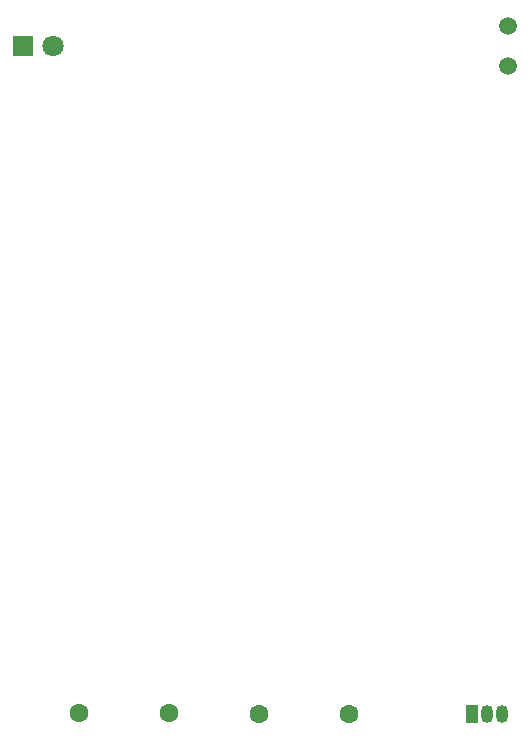
<source format=gbr>
%TF.GenerationSoftware,KiCad,Pcbnew,9.0.2*%
%TF.CreationDate,2025-05-24T18:19:02-05:00*%
%TF.ProjectId,Hack Club PCB,4861636b-2043-46c7-9562-205043422e6b,rev?*%
%TF.SameCoordinates,Original*%
%TF.FileFunction,Soldermask,Bot*%
%TF.FilePolarity,Negative*%
%FSLAX46Y46*%
G04 Gerber Fmt 4.6, Leading zero omitted, Abs format (unit mm)*
G04 Created by KiCad (PCBNEW 9.0.2) date 2025-05-24 18:19:02*
%MOMM*%
%LPD*%
G01*
G04 APERTURE LIST*
%ADD10C,1.500000*%
%ADD11C,1.600000*%
%ADD12R,1.800000X1.800000*%
%ADD13C,1.800000*%
%ADD14R,1.050000X1.500000*%
%ADD15O,1.050000X1.500000*%
G04 APERTURE END LIST*
D10*
%TO.C,R3*%
X148000000Y-51700000D03*
X148000000Y-48300000D03*
%TD*%
D11*
%TO.C,R2*%
X126880000Y-106541925D03*
X134500000Y-106541925D03*
%TD*%
%TO.C,R1*%
X111690000Y-106500000D03*
X119310000Y-106500000D03*
%TD*%
D12*
%TO.C,D1*%
X106960000Y-50000000D03*
D13*
X109500000Y-50000000D03*
%TD*%
D14*
%TO.C,Q1*%
X144960000Y-106541925D03*
D15*
X146230000Y-106541925D03*
X147500000Y-106541925D03*
%TD*%
M02*

</source>
